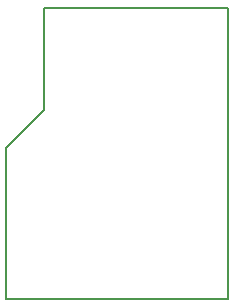
<source format=gbr>
G04 #@! TF.FileFunction,Profile,NP*
%FSLAX46Y46*%
G04 Gerber Fmt 4.6, Leading zero omitted, Abs format (unit mm)*
G04 Created by KiCad (PCBNEW 4.0.5) date 02/23/17 13:53:00*
%MOMM*%
%LPD*%
G01*
G04 APERTURE LIST*
%ADD10C,0.127000*%
%ADD11C,0.150000*%
G04 APERTURE END LIST*
D10*
D11*
X12700Y0D02*
X18808700Y0D01*
X12700Y12763500D02*
X12700Y0D01*
X3213100Y15963900D02*
X12700Y12763500D01*
X3213100Y24612600D02*
X3213100Y15976600D01*
X18808700Y24612600D02*
X3213100Y24612600D01*
X18808700Y0D02*
X18808700Y24612600D01*
M02*

</source>
